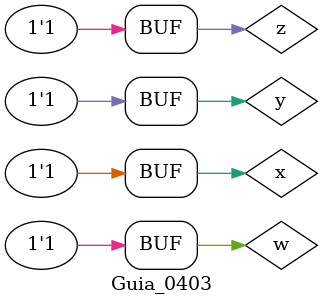
<source format=v>
/*
    -identificação: 

Guia_0403 - 23 / 08 / 2024

Nome: Davi Cândido de Almeida
Matricula: 857859
Código de Pessoa: 1527368

*/


// ---------------------
// -- expression
// ---------------------

module f03_a (output s, input x, y, z);
    assign s = (~x&~y&z) | (x&~y&z) | (x&y&~z) | (x&y&z);
endmodule 



module f03_b (output s, input x, y, z);

    assign s = (~x&y &z) | (x&~y&z) | ( x&y&~z) | (x&y&z);

endmodule 


module f03_c (output s, input x, y, w, z);

    assign s = (~x&~y&~w&z) | (~x&~y&w &z) | ( ~x&~y&w&~z) | (~x&y&w &~z) | (~x&y&w &z) | (x &~y&w &z) | (x &y&w &z) ;

endmodule 


module f03_d (output s, input x, y, w, z);

    assign s = (~x&~y&~w&z) | (~x&~y&w &~z) | (~x&y&w &~z) | (x &~y&~w&~z) | (x &~y&w &~z) | ( x& y&~w&~z) | (x &y&w &~z) ;

endmodule 


module f03_e (output s, input x, y, w, z);

    assign s = (~x&~y&~w&~z) | (~x&~y&w &~z) | (~x&y&~w&z ) | (~x&y&w &z) | (x &~y&~w&~z) | (x &~y&w &z);

endmodule 



// ---------------------
// -- test_module
// ---------------------
module Guia_0403;
    reg x, y, w, z;
    wire s1, s2, s3, s4, s5;
    // instancias
    f03_a f03_a (s1, x, y, z);
    f03_b f03_b (s2, x, y, z);
    f03_c f03_c (s3, x, y, w, z);
    f03_d f03_d (s4, x, y, w, z);
    f03_e f03_e (s5, x, y, w, z);
    // valores iniciais
    initial begin: start
    x=1'bx; y=1'bx; z=1'bx; w = 1'bx; // indefinidos
    end
    // parte principal
    initial begin: main
    // identificacao
    $display("Exemplo- Davi Cândido de Almeida - 857859");
    $display("\n Atividade 03)  \n");
    // monitoramento
    $display(" x  y  z =  a) b)");
    $monitor("%2b %2b %2b = %2b %2b ", x, y, z, s1, s2);
    // sinalizacao
    #1 x=0; y=0; z=0;
    #1 x=0; y=0; z=1;
    #1 x=0; y=1; z=0;
    #1 x=0; y=1; z=1;
    #1 x=1; y=0; z=0;
    #1 x=1; y=0; z=1;
    #1 x=1; y=1; z=0;
    #1 x=1; y=1; z=1;
    #1

    x=1'bx; y=1'bx; z=1'bx; w = 1'bx;
    $display("\n");
    $display(" x  y  w  z =  c) d) e)");
    $monitor("%2b %2b %2b %2b = %2b %2b %2b ", x, y, w, z, s3, s4, s5);
    #1 x=0; y=0; w = 0; z=0; 
    #1 x=0; y=0; w = 0; z=1;
    #1 x=0; y=0; w = 1; z=0; 
    #1 x=0; y=0; w = 1; z=1; 
    #1 x=0; y=1; w = 0; z=0; 
    #1 x=0; y=1; w = 0; z=1; 
    #1 x=0; y=1; w = 1; z=0; 
    #1 x=0; y=1; w = 1; z=1; 
    #1 x=1; y=0; w = 0; z=0; 
    #1 x=1; y=0; w = 0; z=1; 
    #1 x=1; y=0; w = 1; z=0; 
    #1 x=1; y=0; w = 1; z=1; 
    #1 x=1; y=1; w = 0; z=0; 
    #1 x=1; y=1; w = 0; z=1; 
    #1 x=1; y=1; w = 1; z=0; 
    #1 x=1; y=1; w = 1; z=1; 
        
end
endmodule // test_module
/*
    -Saídas de resultados:

Exemplo- Davi Cândido de Almeida - 857859

 Atividade 03)  

 x  y  z =  a) b)
 x  x  x =  x  x 
 0  0  0 =  0  0 
 0  0  1 =  1  0 
 0  1  0 =  0  0 
 0  1  1 =  0  1 
 1  0  0 =  0  0 
 1  0  1 =  1  1 
 1  1  0 =  1  1 
 1  1  1 =  1  1 


 x  y  w  z =  c) d) e)
 x  x  x  x =  x  x  x 
 0  0  0  0 =  0  0  1 
 0  0  0  1 =  1  1  0 
 0  0  1  0 =  1  1  1 
 0  0  1  1 =  1  0  0 
 0  1  0  0 =  0  0  0 
 0  1  0  1 =  0  0  1 
 0  1  1  0 =  1  1  0 
 0  1  1  1 =  1  0  1 
 1  0  0  0 =  0  1  1 
 1  0  0  1 =  0  0  0 
 1  0  1  0 =  0  1  0 
 1  0  1  1 =  1  0  1 
 1  1  0  0 =  0  1  0 
 1  1  0  1 =  0  0  0 
 1  1  1  0 =  0  1  0 
 1  1  1  1 =  1  0  0 


*/

/*
    -Notas:

Para compilar: iverilog -o Guia_0403.vvp Guia_0403.v
Para executar: vvp Guia_0403.vvp
*/




</source>
